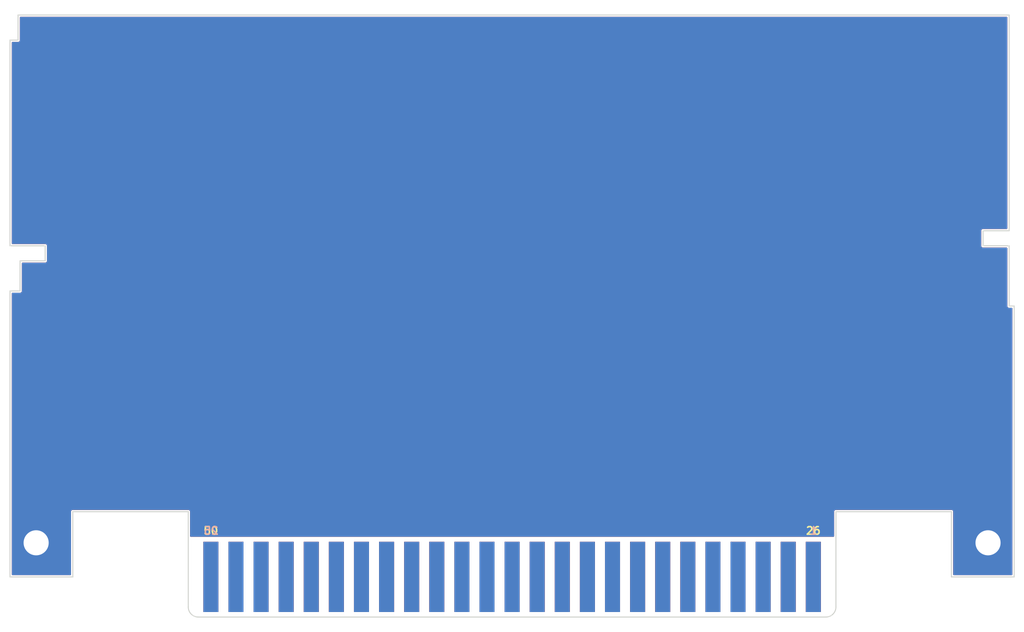
<source format=kicad_pcb>
(kicad_pcb (version 20171130) (host pcbnew "(5.1.6-0-10_14)")

  (general
    (thickness 1.2)
    (drawings 32)
    (tracks 0)
    (zones 0)
    (modules 3)
    (nets 34)
  )

  (page A4)
  (layers
    (0 F.Cu signal)
    (31 B.Cu signal)
    (32 B.Adhes user)
    (33 F.Adhes user)
    (34 B.Paste user)
    (35 F.Paste user)
    (36 B.SilkS user)
    (37 F.SilkS user)
    (38 B.Mask user)
    (39 F.Mask user)
    (40 Dwgs.User user)
    (41 Cmts.User user)
    (42 Eco1.User user)
    (43 Eco2.User user)
    (44 Edge.Cuts user)
    (45 Margin user)
    (46 B.CrtYd user)
    (47 F.CrtYd user)
    (48 B.Fab user)
    (49 F.Fab user)
  )

  (setup
    (last_trace_width 0.25)
    (user_trace_width 0.4)
    (user_trace_width 0.6)
    (user_trace_width 0.8)
    (trace_clearance 0.2)
    (zone_clearance 0.2)
    (zone_45_only no)
    (trace_min 0.1)
    (via_size 0.6)
    (via_drill 0.4)
    (via_min_size 0.5)
    (via_min_drill 0.3)
    (uvia_size 0.3)
    (uvia_drill 0.1)
    (uvias_allowed no)
    (uvia_min_size 0.2)
    (uvia_min_drill 0.1)
    (edge_width 0.1)
    (segment_width 0.2)
    (pcb_text_width 0.3)
    (pcb_text_size 1.5 1.5)
    (mod_edge_width 0.15)
    (mod_text_size 1 1)
    (mod_text_width 0.15)
    (pad_size 2.5 2.5)
    (pad_drill 2.5)
    (pad_to_mask_clearance 0.13)
    (solder_mask_min_width 0.3)
    (aux_axis_origin 0 0)
    (grid_origin 150 123.5)
    (visible_elements 7FFFF77F)
    (pcbplotparams
      (layerselection 0x010fc_ffffffff)
      (usegerberextensions true)
      (usegerberattributes false)
      (usegerberadvancedattributes false)
      (creategerberjobfile false)
      (excludeedgelayer true)
      (linewidth 0.100000)
      (plotframeref false)
      (viasonmask true)
      (mode 1)
      (useauxorigin false)
      (hpglpennumber 1)
      (hpglpenspeed 20)
      (hpglpendiameter 15.000000)
      (psnegative false)
      (psa4output false)
      (plotreference true)
      (plotvalue false)
      (plotinvisibletext false)
      (padsonsilk false)
      (subtractmaskfromsilk false)
      (outputformat 1)
      (mirror false)
      (drillshape 0)
      (scaleselection 1)
      (outputdirectory "Gerbers/"))
  )

  (net 0 "")
  (net 1 GND)
  (net 2 "Net-(J1-Pad14)")
  (net 3 "Net-(J1-Pad39)")
  (net 4 "Net-(J1-Pad44)")
  (net 5 "Net-(J1-Pad46)")
  (net 6 N64_WRITE#)
  (net 7 N64_3V3)
  (net 8 N64_READ#)
  (net 9 N64_12V)
  (net 10 N64_ALE_L)
  (net 11 N64_ALE_H)
  (net 12 N64_AD15)
  (net 13 N64_AD14)
  (net 14 N64_AD13)
  (net 15 N64_AD12)
  (net 16 N64_AD11)
  (net 17 N64_AD10)
  (net 18 N64_AD9)
  (net 19 N64_AD8)
  (net 20 N64_COLD_RESET#)
  (net 21 N64_S_CLK)
  (net 22 N64_S_DAT)
  (net 23 N64_AUDIO_L)
  (net 24 N64_AD0)
  (net 25 N64_AD1)
  (net 26 N64_AD2)
  (net 27 N64_AD3)
  (net 28 N64_AD4)
  (net 29 N64_AD5)
  (net 30 N64_AD6)
  (net 31 N64_AD7)
  (net 32 N64_OS_EVENT#)
  (net 33 N64_AUDIO_R)

  (net_class Default "Dies ist die voreingestellte Netzklasse."
    (clearance 0.2)
    (trace_width 0.25)
    (via_dia 0.6)
    (via_drill 0.4)
    (uvia_dia 0.3)
    (uvia_drill 0.1)
    (add_net GND)
    (add_net N64_12V)
    (add_net N64_3V3)
    (add_net N64_AD0)
    (add_net N64_AD1)
    (add_net N64_AD10)
    (add_net N64_AD11)
    (add_net N64_AD12)
    (add_net N64_AD13)
    (add_net N64_AD14)
    (add_net N64_AD15)
    (add_net N64_AD2)
    (add_net N64_AD3)
    (add_net N64_AD4)
    (add_net N64_AD5)
    (add_net N64_AD6)
    (add_net N64_AD7)
    (add_net N64_AD8)
    (add_net N64_AD9)
    (add_net N64_ALE_H)
    (add_net N64_ALE_L)
    (add_net N64_AUDIO_L)
    (add_net N64_AUDIO_R)
    (add_net N64_COLD_RESET#)
    (add_net N64_OS_EVENT#)
    (add_net N64_READ#)
    (add_net N64_S_CLK)
    (add_net N64_S_DAT)
    (add_net N64_WRITE#)
    (add_net "Net-(J1-Pad14)")
    (add_net "Net-(J1-Pad39)")
    (add_net "Net-(J1-Pad44)")
    (add_net "Net-(J1-Pad46)")
  )

  (net_class "differential routing" ""
    (clearance 0.4)
    (trace_width 0.25)
    (via_dia 0.6)
    (via_drill 0.4)
    (uvia_dia 0.3)
    (uvia_drill 0.1)
  )

  (module n64_cartridge:N64_Cartridge_Edge locked (layer F.Cu) (tedit 5F27F5C7) (tstamp 5F285440)
    (at 150 130)
    (path /5F28C404)
    (attr virtual)
    (fp_text reference J1 (at 0 5.4) (layer F.SilkS) hide
      (effects (font (size 1 1) (thickness 0.15)))
    )
    (fp_text value N64_Cartridge_Bus (at 0 6.9) (layer F.Fab) hide
      (effects (font (size 1 1) (thickness 0.15)))
    )
    (pad 1 smd rect (at 30 0) (size 1.5 7) (layers B.Cu)
      (net 1 GND))
    (pad 2 smd rect (at 27.5 0) (size 1.5 7) (layers B.Cu)
      (net 1 GND))
    (pad 3 smd rect (at 25 0) (size 1.5 7) (layers B.Cu)
      (net 12 N64_AD15))
    (pad 4 smd rect (at 22.5 0) (size 1.5 7) (layers B.Cu)
      (net 13 N64_AD14))
    (pad 5 smd rect (at 20 0) (size 1.5 7) (layers B.Cu)
      (net 14 N64_AD13))
    (pad 6 smd rect (at 17.5 0) (size 1.5 7) (layers B.Cu)
      (net 1 GND))
    (pad 7 smd rect (at 15 0) (size 1.5 7) (layers B.Cu)
      (net 15 N64_AD12))
    (pad 8 smd rect (at 12.5 0) (size 1.5 7) (layers B.Cu)
      (net 6 N64_WRITE#))
    (pad 9 smd rect (at 10 0) (size 1.5 7) (layers B.Cu)
      (net 7 N64_3V3))
    (pad 10 smd rect (at 7.5 0) (size 1.5 7) (layers B.Cu)
      (net 8 N64_READ#))
    (pad 11 smd rect (at 5 0) (size 1.5 7) (layers B.Cu)
      (net 16 N64_AD11))
    (pad 12 smd rect (at 2.5 0) (size 1.5 7) (layers B.Cu)
      (net 17 N64_AD10))
    (pad 13 smd rect (at 0 0) (size 1.5 7) (layers B.Cu)
      (net 9 N64_12V))
    (pad 14 smd rect (at -2.5 0) (size 1.5 7) (layers B.Cu)
      (net 2 "Net-(J1-Pad14)"))
    (pad 15 smd rect (at -5 0) (size 1.5 7) (layers B.Cu)
      (net 18 N64_AD9))
    (pad 16 smd rect (at -7.5 0) (size 1.5 7) (layers B.Cu)
      (net 19 N64_AD8))
    (pad 17 smd rect (at -10 0) (size 1.5 7) (layers B.Cu)
      (net 7 N64_3V3))
    (pad 18 smd rect (at -12.5 0) (size 1.5 7) (layers B.Cu)
      (net 20 N64_COLD_RESET#))
    (pad 19 smd rect (at -15 0) (size 1.5 7) (layers B.Cu)
      (net 21 N64_S_CLK))
    (pad 20 smd rect (at -17.5 0) (size 1.5 7) (layers B.Cu)
      (net 20 N64_COLD_RESET#))
    (pad 21 smd rect (at -20 0) (size 1.5 7) (layers B.Cu)
      (net 22 N64_S_DAT))
    (pad 22 smd rect (at -22.5 0) (size 1.5 7) (layers B.Cu)
      (net 1 GND))
    (pad 23 smd rect (at -25 0) (size 1.5 7) (layers B.Cu)
      (net 1 GND))
    (pad 24 smd rect (at -27.5 0) (size 1.5 7) (layers B.Cu)
      (net 23 N64_AUDIO_L))
    (pad 25 smd rect (at -30 0) (size 1.5 7) (layers B.Cu)
      (net 1 GND))
    (pad 26 smd rect (at 30 0) (size 1.5 7) (layers F.Cu)
      (net 1 GND))
    (pad 27 smd rect (at 27.5 0) (size 1.5 7) (layers F.Cu)
      (net 1 GND))
    (pad 28 smd rect (at 25 0) (size 1.5 7) (layers F.Cu)
      (net 24 N64_AD0))
    (pad 29 smd rect (at 22.5 0) (size 1.5 7) (layers F.Cu)
      (net 25 N64_AD1))
    (pad 30 smd rect (at 20 0) (size 1.5 7) (layers F.Cu)
      (net 26 N64_AD2))
    (pad 31 smd rect (at 17.5 0) (size 1.5 7) (layers F.Cu)
      (net 1 GND))
    (pad 32 smd rect (at 15 0) (size 1.5 7) (layers F.Cu)
      (net 27 N64_AD3))
    (pad 33 smd rect (at 12.5 0) (size 1.5 7) (layers F.Cu)
      (net 10 N64_ALE_L))
    (pad 34 smd rect (at 10 0) (size 1.5 7) (layers F.Cu)
      (net 7 N64_3V3))
    (pad 35 smd rect (at 7.5 0) (size 1.5 7) (layers F.Cu)
      (net 11 N64_ALE_H))
    (pad 36 smd rect (at 5 0) (size 1.5 7) (layers F.Cu)
      (net 28 N64_AD4))
    (pad 37 smd rect (at 2.5 0) (size 1.5 7) (layers F.Cu)
      (net 29 N64_AD5))
    (pad 38 smd rect (at 0 0) (size 1.5 7) (layers F.Cu)
      (net 9 N64_12V))
    (pad 39 smd rect (at -2.5 0) (size 1.5 7) (layers F.Cu)
      (net 3 "Net-(J1-Pad39)"))
    (pad 40 smd rect (at -5 0) (size 1.5 7) (layers F.Cu)
      (net 30 N64_AD6))
    (pad 41 smd rect (at -7.5 0) (size 1.5 7) (layers F.Cu)
      (net 31 N64_AD7))
    (pad 42 smd rect (at -10 0) (size 1.5 7) (layers F.Cu)
      (net 7 N64_3V3))
    (pad 43 smd rect (at -12.5 0) (size 1.5 7) (layers F.Cu)
      (net 32 N64_OS_EVENT#))
    (pad 44 smd rect (at -15 0) (size 1.5 7) (layers F.Cu)
      (net 4 "Net-(J1-Pad44)"))
    (pad 45 smd rect (at -17.5 0) (size 1.5 7) (layers F.Cu)
      (net 32 N64_OS_EVENT#))
    (pad 46 smd rect (at -20 0) (size 1.5 7) (layers F.Cu)
      (net 5 "Net-(J1-Pad46)"))
    (pad 47 smd rect (at -22.5 0) (size 1.5 7) (layers F.Cu)
      (net 1 GND))
    (pad 48 smd rect (at -25 0) (size 1.5 7) (layers F.Cu)
      (net 1 GND))
    (pad 49 smd rect (at -27.5 0) (size 1.5 7) (layers F.Cu)
      (net 33 N64_AUDIO_R))
    (pad 50 smd rect (at -30 0) (size 1.5 7) (layers F.Cu)
      (net 1 GND))
  )

  (module MountingHole:MountingHole_2.5mm_Pad locked (layer F.Cu) (tedit 5E074D09) (tstamp 5E0AC945)
    (at 197.4 126.6)
    (descr "Mounting Hole 2.5mm")
    (tags "mounting hole 2.5mm")
    (zone_connect 2)
    (attr virtual)
    (fp_text reference REF** (at 0 -3.5) (layer F.SilkS) hide
      (effects (font (size 1 1) (thickness 0.15)))
    )
    (fp_text value MountingHole_2.5mm_Pad (at 0 3.5) (layer F.Fab) hide
      (effects (font (size 1 1) (thickness 0.15)))
    )
    (fp_circle (center 0 0) (end 2.75 0) (layer F.CrtYd) (width 0.05))
    (fp_circle (center 0 0) (end 2.5 0) (layer Cmts.User) (width 0.15))
    (fp_text user %R (at 0.3 0) (layer F.Fab) hide
      (effects (font (size 1 1) (thickness 0.15)))
    )
    (pad 1 thru_hole circle (at 0 0) (size 2.5 2.5) (drill 2.5) (layers *.Cu *.Mask)
      (net 1 GND) (zone_connect 2))
  )

  (module MountingHole:MountingHole_2.5mm_Pad locked (layer F.Cu) (tedit 5E074C27) (tstamp 5E0AC8D8)
    (at 102.6 126.6)
    (descr "Mounting Hole 2.5mm")
    (tags "mounting hole 2.5mm")
    (zone_connect 2)
    (attr virtual)
    (fp_text reference REF** (at 0 -3.5) (layer F.SilkS) hide
      (effects (font (size 1 1) (thickness 0.15)))
    )
    (fp_text value MountingHole_2.5mm_Pad (at 0 3.5) (layer F.Fab) hide
      (effects (font (size 1 1) (thickness 0.15)))
    )
    (fp_circle (center 0 0) (end 2.5 0) (layer Cmts.User) (width 0.15))
    (fp_circle (center 0 0) (end 2.75 0) (layer F.CrtYd) (width 0.05))
    (fp_text user %R (at 0.3 0) (layer F.Fab) hide
      (effects (font (size 1 1) (thickness 0.15)))
    )
    (pad 1 thru_hole circle (at 0 0) (size 2.5 2.5) (drill 2.5) (layers *.Cu *.Mask)
      (net 1 GND) (zone_connect 2))
  )

  (gr_arc (start 181.25 133) (end 181.25 134) (angle -90) (layer Edge.Cuts) (width 0.1))
  (gr_arc (start 118.75 133) (end 118.75 134) (angle 90) (layer Edge.Cuts) (width 0.1))
  (gr_text 25 (at 120.025 125.4) (layer B.SilkS) (tstamp 5F2804EE)
    (effects (font (size 0.75 0.75) (thickness 0.15)) (justify mirror))
  )
  (gr_text 26 (at 180 125.4) (layer F.SilkS) (tstamp 5F2804F3)
    (effects (font (size 0.75 0.75) (thickness 0.15)))
  )
  (gr_text 1 (at 180.025 125.4) (layer B.SilkS) (tstamp 5F2804E8)
    (effects (font (size 0.75 0.75) (thickness 0.15)) (justify mirror))
  )
  (gr_text 50 (at 120 125.4) (layer F.SilkS) (tstamp 5F2804E5)
    (effects (font (size 0.75 0.75) (thickness 0.15)))
  )
  (gr_line (start 193.75 123.5) (end 193.75 130) (layer Edge.Cuts) (width 0.1) (tstamp 567FCDE6))
  (gr_line (start 100.8 76.5) (end 100.8 74) (layer Edge.Cuts) (width 0.1))
  (gr_line (start 100 76.5) (end 100.8 76.5) (layer Edge.Cuts) (width 0.1))
  (gr_line (start 199.5 74) (end 199.5 95.5) (layer Edge.Cuts) (width 0.1) (tstamp 57577F31))
  (gr_line (start 199.5 95.5) (end 196.9 95.5) (layer Edge.Cuts) (width 0.1) (tstamp 57577F23))
  (gr_line (start 199.5 97) (end 196.9 97) (layer Edge.Cuts) (width 0.1))
  (gr_line (start 196.9 97) (end 196.9 95.5) (layer Edge.Cuts) (width 0.1) (tstamp 57577E49))
  (gr_line (start 199.5 97) (end 199.5 103) (layer Edge.Cuts) (width 0.1))
  (gr_line (start 100.8 74) (end 199.5 74) (layer Edge.Cuts) (width 0.1))
  (gr_line (start 100 97) (end 100 76.5) (layer Edge.Cuts) (width 0.1))
  (gr_line (start 103.5 97) (end 100 97) (layer Edge.Cuts) (width 0.1))
  (gr_line (start 103.5 98.5) (end 103.5 97) (layer Edge.Cuts) (width 0.1))
  (gr_line (start 101 98.5) (end 103.5 98.5) (layer Edge.Cuts) (width 0.1))
  (gr_line (start 101 101.5) (end 101 98.5) (layer Edge.Cuts) (width 0.1))
  (gr_line (start 100 101.5) (end 101 101.5) (layer Edge.Cuts) (width 0.1))
  (gr_line (start 200 103) (end 199.5 103) (layer Edge.Cuts) (width 0.1))
  (gr_line (start 200 130) (end 200 103) (layer Edge.Cuts) (width 0.1) (tstamp 567FCE40))
  (gr_line (start 200 130) (end 193.75 130) (layer Edge.Cuts) (width 0.1) (tstamp 567FCDFC))
  (gr_line (start 193.75 123.5) (end 182.25 123.5) (layer Edge.Cuts) (width 0.1) (tstamp 567FCDBD))
  (gr_line (start 182.25 133) (end 182.25 123.5) (layer Edge.Cuts) (width 0.1) (tstamp 567FCDA7))
  (gr_line (start 100 130) (end 100 101.5) (layer Edge.Cuts) (width 0.1))
  (gr_line (start 106.25 130) (end 100 130) (layer Edge.Cuts) (width 0.1))
  (gr_line (start 106.25 123.5) (end 106.25 130) (layer Edge.Cuts) (width 0.1))
  (gr_line (start 117.75 123.5) (end 106.25 123.5) (layer Edge.Cuts) (width 0.1))
  (gr_line (start 117.75 133) (end 117.75 123.5) (layer Edge.Cuts) (width 0.1))
  (gr_line (start 181.25 134) (end 118.75 134) (layer Edge.Cuts) (width 0.1))

  (zone (net 0) (net_name "") (layer F.Mask) (tstamp 5E08E0B9) (hatch edge 0.508)
    (connect_pads (clearance 0.2))
    (min_thickness 0.254)
    (fill yes (arc_segments 16) (thermal_gap 0.508) (thermal_bridge_width 0.508))
    (polygon
      (pts
        (xy 193.75 123.5) (xy 200 123.5) (xy 200 130) (xy 193.75 130)
      )
    )
    (filled_polygon
      (pts
        (xy 199.873 129.873) (xy 193.877 129.873) (xy 193.877 123.627) (xy 199.873 123.627)
      )
    )
  )
  (zone (net 0) (net_name "") (layer F.Mask) (tstamp 5E08E0AD) (hatch edge 0.508)
    (connect_pads (clearance 0.2))
    (min_thickness 0.254)
    (fill yes (arc_segments 32) (thermal_gap 0.508) (thermal_bridge_width 0.508))
    (polygon
      (pts
        (xy 182.25 134) (xy 117.75 134) (xy 117.75 127) (xy 182.25 127)
      )
    )
    (filled_polygon
      (pts
        (xy 182.123 133.477873) (xy 182.08147 133.55557) (xy 181.957107 133.707107) (xy 181.80557 133.83147) (xy 181.727873 133.873)
        (xy 118.272127 133.873) (xy 118.19443 133.83147) (xy 118.042893 133.707107) (xy 117.91853 133.55557) (xy 117.877 133.477873)
        (xy 117.877 127.127) (xy 182.123 127.127)
      )
    )
  )
  (zone (net 0) (net_name "") (layer B.Mask) (tstamp 5E08E0AA) (hatch edge 0.508)
    (connect_pads (clearance 0.2))
    (min_thickness 0.254)
    (fill yes (arc_segments 32) (thermal_gap 0.508) (thermal_bridge_width 0.508))
    (polygon
      (pts
        (xy 182.25 134) (xy 117.75 134) (xy 117.75 127) (xy 182.25 127)
      )
    )
    (filled_polygon
      (pts
        (xy 182.123 133.477873) (xy 182.08147 133.55557) (xy 181.957107 133.707107) (xy 181.80557 133.83147) (xy 181.727873 133.873)
        (xy 118.272127 133.873) (xy 118.19443 133.83147) (xy 118.042893 133.707107) (xy 117.91853 133.55557) (xy 117.877 133.477873)
        (xy 117.877 127.127) (xy 182.123 127.127)
      )
    )
  )
  (zone (net 0) (net_name "") (layer F.Mask) (tstamp 0) (hatch edge 0.508)
    (connect_pads (clearance 0.2))
    (min_thickness 0.254)
    (fill yes (arc_segments 32) (thermal_gap 0.508) (thermal_bridge_width 0.508))
    (polygon
      (pts
        (xy 100 123.5) (xy 106.25 123.5) (xy 106.25 130) (xy 100 130)
      )
    )
    (filled_polygon
      (pts
        (xy 106.123 129.873) (xy 100.127 129.873) (xy 100.127 123.627) (xy 106.123 123.627)
      )
    )
  )
  (zone (net 0) (net_name "") (layer F.Mask) (tstamp 0) (hatch edge 0.508)
    (connect_pads (clearance 0.2))
    (min_thickness 0.254)
    (fill yes (arc_segments 32) (thermal_gap 0.508) (thermal_bridge_width 0.508))
    (polygon
      (pts
        (xy 103.5 118) (xy 100 118) (xy 100 112) (xy 103.5 112)
      )
    )
    (filled_polygon
      (pts
        (xy 103.373 117.873) (xy 100.127 117.873) (xy 100.127 112.127) (xy 103.373 112.127)
      )
    )
  )
  (zone (net 0) (net_name "") (layer F.Mask) (tstamp 5F280A54) (hatch edge 0.508)
    (connect_pads (clearance 0.2))
    (min_thickness 0.254)
    (fill yes (arc_segments 32) (thermal_gap 0.508) (thermal_bridge_width 0.508))
    (polygon
      (pts
        (xy 103.5 110.030691) (xy 100 110.030691) (xy 100 104.030691) (xy 103.5 104.030691)
      )
    )
    (filled_polygon
      (pts
        (xy 103.373 109.903691) (xy 100.127 109.903691) (xy 100.127 104.157691) (xy 103.373 104.157691)
      )
    )
  )
  (zone (net 0) (net_name "") (layer F.Mask) (tstamp 5F280AD9) (hatch edge 0.508)
    (connect_pads (clearance 0.2))
    (min_thickness 0.254)
    (fill yes (arc_segments 32) (thermal_gap 0.508) (thermal_bridge_width 0.508))
    (polygon
      (pts
        (xy 200 118) (xy 196.5 118) (xy 196.5 112) (xy 200 112)
      )
    )
    (filled_polygon
      (pts
        (xy 199.873 117.873) (xy 196.627 117.873) (xy 196.627 112.127) (xy 199.873 112.127)
      )
    )
  )
  (zone (net 0) (net_name "") (layer F.Mask) (tstamp 5F280ADA) (hatch edge 0.508)
    (connect_pads (clearance 0.2))
    (min_thickness 0.254)
    (fill yes (arc_segments 32) (thermal_gap 0.508) (thermal_bridge_width 0.508))
    (polygon
      (pts
        (xy 200 110.030691) (xy 196.5 110.030691) (xy 196.5 104.030691) (xy 200 104.030691)
      )
    )
    (filled_polygon
      (pts
        (xy 199.873 109.903691) (xy 196.627 109.903691) (xy 196.627 104.157691) (xy 199.873 104.157691)
      )
    )
  )
  (zone (net 0) (net_name "") (layer B.Mask) (tstamp 5F280B4A) (hatch edge 0.508)
    (connect_pads (clearance 0.2))
    (min_thickness 0.254)
    (fill yes (arc_segments 32) (thermal_gap 0.508) (thermal_bridge_width 0.508))
    (polygon
      (pts
        (xy 200 118) (xy 196.5 118) (xy 196.5 112) (xy 200 112)
      )
    )
    (filled_polygon
      (pts
        (xy 199.873 117.873) (xy 196.627 117.873) (xy 196.627 112.127) (xy 199.873 112.127)
      )
    )
  )
  (zone (net 0) (net_name "") (layer B.Mask) (tstamp 5F280B4B) (hatch edge 0.508)
    (connect_pads (clearance 0.2))
    (min_thickness 0.254)
    (fill yes (arc_segments 16) (thermal_gap 0.508) (thermal_bridge_width 0.508))
    (polygon
      (pts
        (xy 193.75 123.5) (xy 200 123.5) (xy 200 130) (xy 193.75 130)
      )
    )
    (filled_polygon
      (pts
        (xy 199.873 129.873) (xy 193.877 129.873) (xy 193.877 123.627) (xy 199.873 123.627)
      )
    )
  )
  (zone (net 0) (net_name "") (layer B.Mask) (tstamp 5F280B4C) (hatch edge 0.508)
    (connect_pads (clearance 0.2))
    (min_thickness 0.254)
    (fill yes (arc_segments 32) (thermal_gap 0.508) (thermal_bridge_width 0.508))
    (polygon
      (pts
        (xy 100 123.5) (xy 106.25 123.5) (xy 106.25 130) (xy 100 130)
      )
    )
    (filled_polygon
      (pts
        (xy 106.123 129.873) (xy 100.127 129.873) (xy 100.127 123.627) (xy 106.123 123.627)
      )
    )
  )
  (zone (net 0) (net_name "") (layer B.Mask) (tstamp 5F280B4D) (hatch edge 0.508)
    (connect_pads (clearance 0.2))
    (min_thickness 0.254)
    (fill yes (arc_segments 32) (thermal_gap 0.508) (thermal_bridge_width 0.508))
    (polygon
      (pts
        (xy 103.5 118) (xy 100 118) (xy 100 112) (xy 103.5 112)
      )
    )
    (filled_polygon
      (pts
        (xy 103.373 117.873) (xy 100.127 117.873) (xy 100.127 112.127) (xy 103.373 112.127)
      )
    )
  )
  (zone (net 0) (net_name "") (layer B.Mask) (tstamp 5F280B4E) (hatch edge 0.508)
    (connect_pads (clearance 0.2))
    (min_thickness 0.254)
    (fill yes (arc_segments 32) (thermal_gap 0.508) (thermal_bridge_width 0.508))
    (polygon
      (pts
        (xy 103.5 110.030691) (xy 100 110.030691) (xy 100 104.030691) (xy 103.5 104.030691)
      )
    )
    (filled_polygon
      (pts
        (xy 103.373 109.903691) (xy 100.127 109.903691) (xy 100.127 104.157691) (xy 103.373 104.157691)
      )
    )
  )
  (zone (net 0) (net_name "") (layer B.Mask) (tstamp 5F280B4F) (hatch edge 0.508)
    (connect_pads (clearance 0.2))
    (min_thickness 0.254)
    (fill yes (arc_segments 32) (thermal_gap 0.508) (thermal_bridge_width 0.508))
    (polygon
      (pts
        (xy 200 110.030691) (xy 196.5 110.030691) (xy 196.5 104.030691) (xy 200 104.030691)
      )
    )
    (filled_polygon
      (pts
        (xy 199.873 109.903691) (xy 196.627 109.903691) (xy 196.627 104.157691) (xy 199.873 104.157691)
      )
    )
  )
  (zone (net 1) (net_name GND) (layer F.Cu) (tstamp 5F280FED) (hatch edge 0.508)
    (connect_pads (clearance 0.127))
    (min_thickness 0.127)
    (fill yes (arc_segments 32) (thermal_gap 0.254) (thermal_bridge_width 0.254) (smoothing fillet) (radius 0.5))
    (polygon
      (pts
        (xy 201 135.5) (xy 183 135.5) (xy 183 126) (xy 117 126) (xy 117 135.5)
        (xy 99 135.5) (xy 99 72.5) (xy 201 72.5)
      )
    )
    (filled_polygon
      (pts
        (xy 199.259501 95.2595) (xy 196.911809 95.2595) (xy 196.9 95.258337) (xy 196.888191 95.2595) (xy 196.852854 95.26298)
        (xy 196.80752 95.276733) (xy 196.765739 95.299065) (xy 196.729118 95.329118) (xy 196.699065 95.365739) (xy 196.676733 95.40752)
        (xy 196.66298 95.452854) (xy 196.658337 95.5) (xy 196.659501 95.511819) (xy 196.6595 96.98819) (xy 196.658337 97)
        (xy 196.66298 97.047146) (xy 196.676733 97.09248) (xy 196.699065 97.134261) (xy 196.729118 97.170882) (xy 196.765739 97.200935)
        (xy 196.80752 97.223267) (xy 196.852854 97.23702) (xy 196.9 97.241663) (xy 196.911809 97.2405) (xy 199.2595 97.2405)
        (xy 199.259501 102.988181) (xy 199.258337 103) (xy 199.26298 103.047146) (xy 199.276733 103.09248) (xy 199.299065 103.134261)
        (xy 199.329118 103.170882) (xy 199.365739 103.200935) (xy 199.40752 103.223267) (xy 199.452854 103.23702) (xy 199.488191 103.2405)
        (xy 199.5 103.241663) (xy 199.511809 103.2405) (xy 199.759501 103.2405) (xy 199.7595 129.7595) (xy 193.9905 129.7595)
        (xy 193.9905 123.511809) (xy 193.991663 123.5) (xy 193.98702 123.452854) (xy 193.973267 123.40752) (xy 193.950935 123.365739)
        (xy 193.920882 123.329118) (xy 193.884261 123.299065) (xy 193.84248 123.276733) (xy 193.797146 123.26298) (xy 193.761809 123.2595)
        (xy 193.75 123.258337) (xy 193.738191 123.2595) (xy 182.261809 123.2595) (xy 182.25 123.258337) (xy 182.238191 123.2595)
        (xy 182.202854 123.26298) (xy 182.15752 123.276733) (xy 182.115739 123.299065) (xy 182.079118 123.329118) (xy 182.049065 123.365739)
        (xy 182.026733 123.40752) (xy 182.01298 123.452854) (xy 182.008337 123.5) (xy 182.009501 123.511819) (xy 182.009501 125.9365)
        (xy 117.9905 125.9365) (xy 117.9905 123.511809) (xy 117.991663 123.5) (xy 117.98702 123.452854) (xy 117.973267 123.40752)
        (xy 117.950935 123.365739) (xy 117.920882 123.329118) (xy 117.884261 123.299065) (xy 117.84248 123.276733) (xy 117.797146 123.26298)
        (xy 117.761809 123.2595) (xy 117.75 123.258337) (xy 117.738191 123.2595) (xy 106.261809 123.2595) (xy 106.25 123.258337)
        (xy 106.238191 123.2595) (xy 106.202854 123.26298) (xy 106.15752 123.276733) (xy 106.115739 123.299065) (xy 106.079118 123.329118)
        (xy 106.049065 123.365739) (xy 106.026733 123.40752) (xy 106.01298 123.452854) (xy 106.008337 123.5) (xy 106.0095 123.511809)
        (xy 106.009501 129.7595) (xy 100.2405 129.7595) (xy 100.2405 101.7405) (xy 100.988191 101.7405) (xy 101 101.741663)
        (xy 101.011809 101.7405) (xy 101.047146 101.73702) (xy 101.09248 101.723267) (xy 101.134261 101.700935) (xy 101.170882 101.670882)
        (xy 101.200935 101.634261) (xy 101.223267 101.59248) (xy 101.23702 101.547146) (xy 101.241663 101.5) (xy 101.2405 101.488191)
        (xy 101.2405 98.7405) (xy 103.488191 98.7405) (xy 103.5 98.741663) (xy 103.511809 98.7405) (xy 103.547146 98.73702)
        (xy 103.59248 98.723267) (xy 103.634261 98.700935) (xy 103.670882 98.670882) (xy 103.700935 98.634261) (xy 103.723267 98.59248)
        (xy 103.73702 98.547146) (xy 103.741663 98.5) (xy 103.7405 98.488191) (xy 103.7405 97.011808) (xy 103.741663 97)
        (xy 103.73702 96.952854) (xy 103.723267 96.90752) (xy 103.700935 96.865739) (xy 103.670882 96.829118) (xy 103.634261 96.799065)
        (xy 103.59248 96.776733) (xy 103.547146 96.76298) (xy 103.511809 96.7595) (xy 103.5 96.758337) (xy 103.488191 96.7595)
        (xy 100.2405 96.7595) (xy 100.2405 76.7405) (xy 100.788191 76.7405) (xy 100.8 76.741663) (xy 100.811809 76.7405)
        (xy 100.847146 76.73702) (xy 100.89248 76.723267) (xy 100.934261 76.700935) (xy 100.970882 76.670882) (xy 101.000935 76.634261)
        (xy 101.023267 76.59248) (xy 101.03702 76.547146) (xy 101.041663 76.5) (xy 101.0405 76.488191) (xy 101.0405 74.2405)
        (xy 199.2595 74.2405)
      )
    )
  )
  (zone (net 1) (net_name GND) (layer B.Cu) (tstamp 5F28101A) (hatch edge 0.508)
    (connect_pads (clearance 0.127))
    (min_thickness 0.127)
    (fill yes (arc_segments 32) (thermal_gap 0.254) (thermal_bridge_width 0.254) (smoothing fillet) (radius 0.5))
    (polygon
      (pts
        (xy 201 135.5) (xy 183 135.5) (xy 183 126) (xy 117 126) (xy 117 135.5)
        (xy 99 135.5) (xy 99 72.5) (xy 201 72.5)
      )
    )
    (filled_polygon
      (pts
        (xy 199.259501 95.2595) (xy 196.911809 95.2595) (xy 196.9 95.258337) (xy 196.888191 95.2595) (xy 196.852854 95.26298)
        (xy 196.80752 95.276733) (xy 196.765739 95.299065) (xy 196.729118 95.329118) (xy 196.699065 95.365739) (xy 196.676733 95.40752)
        (xy 196.66298 95.452854) (xy 196.658337 95.5) (xy 196.659501 95.511819) (xy 196.6595 96.98819) (xy 196.658337 97)
        (xy 196.66298 97.047146) (xy 196.676733 97.09248) (xy 196.699065 97.134261) (xy 196.729118 97.170882) (xy 196.765739 97.200935)
        (xy 196.80752 97.223267) (xy 196.852854 97.23702) (xy 196.9 97.241663) (xy 196.911809 97.2405) (xy 199.2595 97.2405)
        (xy 199.259501 102.988181) (xy 199.258337 103) (xy 199.26298 103.047146) (xy 199.276733 103.09248) (xy 199.299065 103.134261)
        (xy 199.329118 103.170882) (xy 199.365739 103.200935) (xy 199.40752 103.223267) (xy 199.452854 103.23702) (xy 199.488191 103.2405)
        (xy 199.5 103.241663) (xy 199.511809 103.2405) (xy 199.759501 103.2405) (xy 199.7595 129.7595) (xy 193.9905 129.7595)
        (xy 193.9905 123.511809) (xy 193.991663 123.5) (xy 193.98702 123.452854) (xy 193.973267 123.40752) (xy 193.950935 123.365739)
        (xy 193.920882 123.329118) (xy 193.884261 123.299065) (xy 193.84248 123.276733) (xy 193.797146 123.26298) (xy 193.761809 123.2595)
        (xy 193.75 123.258337) (xy 193.738191 123.2595) (xy 182.261809 123.2595) (xy 182.25 123.258337) (xy 182.238191 123.2595)
        (xy 182.202854 123.26298) (xy 182.15752 123.276733) (xy 182.115739 123.299065) (xy 182.079118 123.329118) (xy 182.049065 123.365739)
        (xy 182.026733 123.40752) (xy 182.01298 123.452854) (xy 182.008337 123.5) (xy 182.009501 123.511819) (xy 182.009501 125.9365)
        (xy 117.9905 125.9365) (xy 117.9905 123.511809) (xy 117.991663 123.5) (xy 117.98702 123.452854) (xy 117.973267 123.40752)
        (xy 117.950935 123.365739) (xy 117.920882 123.329118) (xy 117.884261 123.299065) (xy 117.84248 123.276733) (xy 117.797146 123.26298)
        (xy 117.761809 123.2595) (xy 117.75 123.258337) (xy 117.738191 123.2595) (xy 106.261809 123.2595) (xy 106.25 123.258337)
        (xy 106.238191 123.2595) (xy 106.202854 123.26298) (xy 106.15752 123.276733) (xy 106.115739 123.299065) (xy 106.079118 123.329118)
        (xy 106.049065 123.365739) (xy 106.026733 123.40752) (xy 106.01298 123.452854) (xy 106.008337 123.5) (xy 106.0095 123.511809)
        (xy 106.009501 129.7595) (xy 100.2405 129.7595) (xy 100.2405 101.7405) (xy 100.988191 101.7405) (xy 101 101.741663)
        (xy 101.011809 101.7405) (xy 101.047146 101.73702) (xy 101.09248 101.723267) (xy 101.134261 101.700935) (xy 101.170882 101.670882)
        (xy 101.200935 101.634261) (xy 101.223267 101.59248) (xy 101.23702 101.547146) (xy 101.241663 101.5) (xy 101.2405 101.488191)
        (xy 101.2405 98.7405) (xy 103.488191 98.7405) (xy 103.5 98.741663) (xy 103.511809 98.7405) (xy 103.547146 98.73702)
        (xy 103.59248 98.723267) (xy 103.634261 98.700935) (xy 103.670882 98.670882) (xy 103.700935 98.634261) (xy 103.723267 98.59248)
        (xy 103.73702 98.547146) (xy 103.741663 98.5) (xy 103.7405 98.488191) (xy 103.7405 97.011808) (xy 103.741663 97)
        (xy 103.73702 96.952854) (xy 103.723267 96.90752) (xy 103.700935 96.865739) (xy 103.670882 96.829118) (xy 103.634261 96.799065)
        (xy 103.59248 96.776733) (xy 103.547146 96.76298) (xy 103.511809 96.7595) (xy 103.5 96.758337) (xy 103.488191 96.7595)
        (xy 100.2405 96.7595) (xy 100.2405 76.7405) (xy 100.788191 76.7405) (xy 100.8 76.741663) (xy 100.811809 76.7405)
        (xy 100.847146 76.73702) (xy 100.89248 76.723267) (xy 100.934261 76.700935) (xy 100.970882 76.670882) (xy 101.000935 76.634261)
        (xy 101.023267 76.59248) (xy 101.03702 76.547146) (xy 101.041663 76.5) (xy 101.0405 76.488191) (xy 101.0405 74.2405)
        (xy 199.2595 74.2405)
      )
    )
  )
)

</source>
